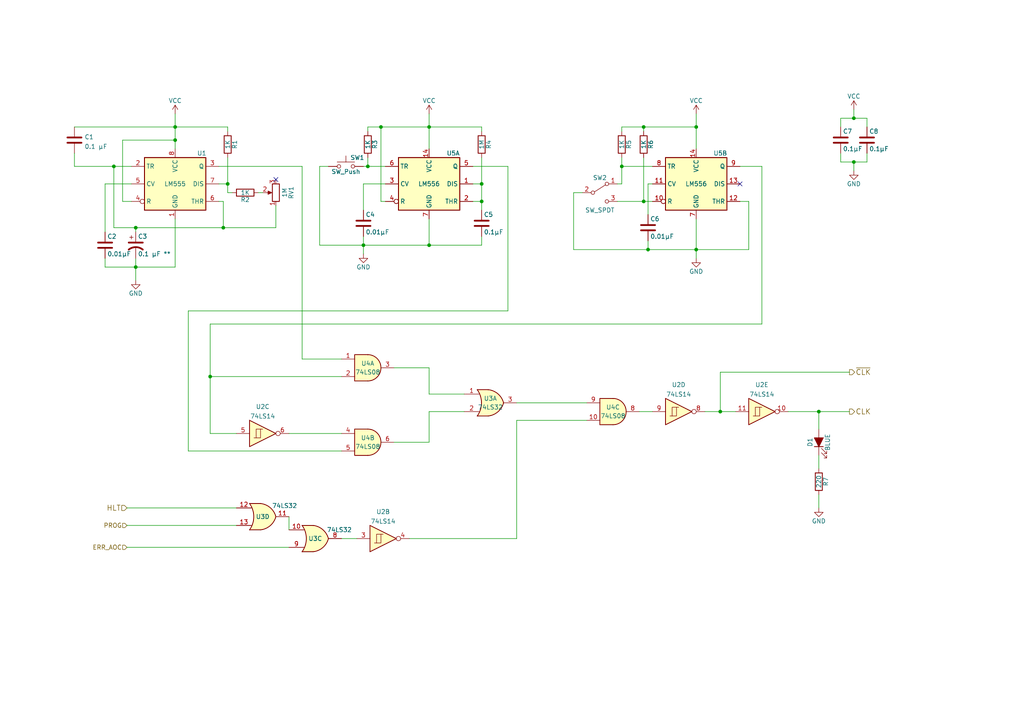
<source format=kicad_sch>
(kicad_sch (version 20211123) (generator eeschema)
  (paper "A4")
  (title_block (title "Clock Module with Error Halt") (comment 1 "** C3 can be adjusted to increase clock frequency. 1 µF = 400 hz, 0.1 µF = 4K Hz, etc") (comment 4 "Schmitt-Trigger Inverts (74LS14) are used to clean up clock signal noise."))
  (lib_symbols
    (symbol "74xx:74LS08" (pin_names (offset 1.016))
      (property "Reference" "U" (at 0 1.27 0))
      (property "Value" "74LS08" (at 0 -1.27 0))
      (symbol "74LS08_1_1"
        (arc (start 0 -3.81) (mid 3.81 0) (end 0 3.81) (stroke (width 0.254)) (fill (type background)))
        (polyline (pts (xy 0 3.81) (xy -3.81 3.81) (xy -3.81 -3.81) (xy 0 -3.81)) (stroke (width 0.254)) (fill (type background)))
        (pin input line (at -7.62 2.54 0) (length 3.81) (name "~") (number "1"))
        (pin input line (at -7.62 -2.54 0) (length 3.81) (name "~") (number "2"))
        (pin output line (at 7.62 0 180) (length 3.81) (name "~") (number "3"))
      )
      (symbol "74LS08_1_2"
        (arc (start -3.81 -3.81) (mid -2.589 0) (end -3.81 3.81) (stroke (width 0.254)))
        (arc (start -0.6096 -3.81) (mid 2.1855 -2.584) (end 3.81 0) (stroke (width 0.254)) (fill (type background)))
        (polyline (pts (xy -3.81 -3.81) (xy -0.635 -3.81)) (stroke (width 0.254)) (fill (type background)))
        (polyline (pts (xy -3.81 3.81) (xy -0.635 3.81)) (stroke (width 0.254)) (fill (type background)))
        (polyline (pts (xy -0.635 3.81) (xy -3.81 3.81) (xy -3.81 3.81) (xy -3.556 3.4036) (xy -3.0226 2.2606) (xy -2.6924 1.0414) (xy -2.6162 -0.254) (xy -2.7686 -1.4986) (xy -3.175 -2.7178) (xy -3.81 -3.81) (xy -3.81 -3.81) (xy -0.635 -3.81)) (stroke (width -25.4)) (fill (type background)))
        (arc (start 3.81 0) (mid 2.1928 2.5925) (end -0.6096 3.81) (stroke (width 0.254)) (fill (type background)))
        (pin input inverted (at -7.62 2.54 0) (length 4.318) (name "~") (number "1"))
        (pin input inverted (at -7.62 -2.54 0) (length 4.318) (name "~") (number "2"))
        (pin output inverted (at 7.62 0 180) (length 3.81) (name "~") (number "3"))
      )
      (symbol "74LS08_2_1"
        (arc (start 0 -3.81) (mid 3.81 0) (end 0 3.81) (stroke (width 0.254)) (fill (type background)))
        (polyline (pts (xy 0 3.81) (xy -3.81 3.81) (xy -3.81 -3.81) (xy 0 -3.81)) (stroke (width 0.254)) (fill (type background)))
        (pin input line (at -7.62 2.54 0) (length 3.81) (name "~") (number "4"))
        (pin input line (at -7.62 -2.54 0) (length 3.81) (name "~") (number "5"))
        (pin output line (at 7.62 0 180) (length 3.81) (name "~") (number "6"))
      )
      (symbol "74LS08_2_2"
        (arc (start -3.81 -3.81) (mid -2.589 0) (end -3.81 3.81) (stroke (width 0.254)))
        (arc (start -0.6096 -3.81) (mid 2.1855 -2.584) (end 3.81 0) (stroke (width 0.254)) (fill (type background)))
        (polyline (pts (xy -3.81 -3.81) (xy -0.635 -3.81)) (stroke (width 0.254)) (fill (type background)))
        (polyline (pts (xy -3.81 3.81) (xy -0.635 3.81)) (stroke (width 0.254)) (fill (type background)))
        (polyline (pts (xy -0.635 3.81) (xy -3.81 3.81) (xy -3.81 3.81) (xy -3.556 3.4036) (xy -3.0226 2.2606) (xy -2.6924 1.0414) (xy -2.6162 -0.254) (xy -2.7686 -1.4986) (xy -3.175 -2.7178) (xy -3.81 -3.81) (xy -3.81 -3.81) (xy -0.635 -3.81)) (stroke (width -25.4)) (fill (type background)))
        (arc (start 3.81 0) (mid 2.1928 2.5925) (end -0.6096 3.81) (stroke (width 0.254)) (fill (type background)))
        (pin input inverted (at -7.62 2.54 0) (length 4.318) (name "~") (number "4"))
        (pin input inverted (at -7.62 -2.54 0) (length 4.318) (name "~") (number "5"))
        (pin output inverted (at 7.62 0 180) (length 3.81) (name "~") (number "6"))
      )
      (symbol "74LS08_3_1"
        (arc (start 0 -3.81) (mid 3.81 0) (end 0 3.81) (stroke (width 0.254)) (fill (type background)))
        (polyline (pts (xy 0 3.81) (xy -3.81 3.81) (xy -3.81 -3.81) (xy 0 -3.81)) (stroke (width 0.254)) (fill (type background)))
        (pin input line (at -7.62 -2.54 0) (length 3.81) (name "~") (number "10"))
        (pin output line (at 7.62 0 180) (length 3.81) (name "~") (number "8"))
        (pin input line (at -7.62 2.54 0) (length 3.81) (name "~") (number "9"))
      )
      (symbol "74LS08_3_2"
        (arc (start -3.81 -3.81) (mid -2.589 0) (end -3.81 3.81) (stroke (width 0.254)))
        (arc (start -0.6096 -3.81) (mid 2.1855 -2.584) (end 3.81 0) (stroke (width 0.254)) (fill (type background)))
        (polyline (pts (xy -3.81 -3.81) (xy -0.635 -3.81)) (stroke (width 0.254)) (fill (type background)))
        (polyline (pts (xy -3.81 3.81) (xy -0.635 3.81)) (stroke (width 0.254)) (fill (type background)))
        (polyline (pts (xy -0.635 3.81) (xy -3.81 3.81) (xy -3.81 3.81) (xy -3.556 3.4036) (xy -3.0226 2.2606) (xy -2.6924 1.0414) (xy -2.6162 -0.254) (xy -2.7686 -1.4986) (xy -3.175 -2.7178) (xy -3.81 -3.81) (xy -3.81 -3.81) (xy -0.635 -3.81)) (stroke (width -25.4)) (fill (type background)))
        (arc (start 3.81 0) (mid 2.1928 2.5925) (end -0.6096 3.81) (stroke (width 0.254)) (fill (type background)))
        (pin input inverted (at -7.62 -2.54 0) (length 4.318) (name "~") (number "10"))
        (pin output inverted (at 7.62 0 180) (length 3.81) (name "~") (number "8"))
        (pin input inverted (at -7.62 2.54 0) (length 4.318) (name "~") (number "9"))
      )
      (symbol "74LS08_4_1"
        (arc (start 0 -3.81) (mid 3.81 0) (end 0 3.81) (stroke (width 0.254)) (fill (type background)))
        (polyline (pts (xy 0 3.81) (xy -3.81 3.81) (xy -3.81 -3.81) (xy 0 -3.81)) (stroke (width 0.254)) (fill (type background)))
        (pin output line (at 7.62 0 180) (length 3.81) (name "~") (number "11"))
        (pin input line (at -7.62 2.54 0) (length 3.81) (name "~") (number "12"))
        (pin input line (at -7.62 -2.54 0) (length 3.81) (name "~") (number "13"))
      )
      (symbol "74LS08_4_2"
        (arc (start -3.81 -3.81) (mid -2.589 0) (end -3.81 3.81) (stroke (width 0.254)))
        (arc (start -0.6096 -3.81) (mid 2.1855 -2.584) (end 3.81 0) (stroke (width 0.254)) (fill (type background)))
        (polyline (pts (xy -3.81 -3.81) (xy -0.635 -3.81)) (stroke (width 0.254)) (fill (type background)))
        (polyline (pts (xy -3.81 3.81) (xy -0.635 3.81)) (stroke (width 0.254)) (fill (type background)))
        (polyline (pts (xy -0.635 3.81) (xy -3.81 3.81) (xy -3.81 3.81) (xy -3.556 3.4036) (xy -3.0226 2.2606) (xy -2.6924 1.0414) (xy -2.6162 -0.254) (xy -2.7686 -1.4986) (xy -3.175 -2.7178) (xy -3.81 -3.81) (xy -3.81 -3.81) (xy -0.635 -3.81)) (stroke (width -25.4)) (fill (type background)))
        (arc (start 3.81 0) (mid 2.1928 2.5925) (end -0.6096 3.81) (stroke (width 0.254)) (fill (type background)))
        (pin output inverted (at 7.62 0 180) (length 3.81) (name "~") (number "11"))
        (pin input inverted (at -7.62 2.54 0) (length 4.318) (name "~") (number "12"))
        (pin input inverted (at -7.62 -2.54 0) (length 4.318) (name "~") (number "13"))
      )
      (symbol "74LS08_5_0"
        (pin power_in line (at 0 12.7 270) (length 5.08) (name "VCC") (number "14"))
        (pin power_in line (at 0 -12.7 90) (length 5.08) (name "GND") (number "7"))
      )
      (symbol "74LS08_5_1"
        (rectangle (start -5.08 7.62) (end 5.08 -7.62) (stroke (width 0.254)) (fill (type background)))
      )
    )
    (symbol "74xx:74LS14" (pin_names (offset 1.016))
      (property "Reference" "U" (at 0 1.27 0))
      (property "Value" "74LS14" (at 0 -1.27 0))
      (symbol "74LS14_1_0"
        (polyline (pts (xy -3.81 3.81) (xy -3.81 -3.81) (xy 3.81 0) (xy -3.81 3.81)) (stroke (width 0.254)) (fill (type background)))
        (pin input line (at -7.62 0 0) (length 3.81) (name "~") (number "1"))
        (pin output inverted (at 7.62 0 180) (length 3.81) (name "~") (number "2"))
      )
      (symbol "74LS14_1_1"
        (polyline (pts (xy -1.905 -1.27) (xy -1.905 1.27) (xy -0.635 1.27)))
        (polyline (pts (xy -2.54 -1.27) (xy -0.635 -1.27) (xy -0.635 1.27) (xy 0 1.27)))
      )
      (symbol "74LS14_2_0"
        (polyline (pts (xy -3.81 3.81) (xy -3.81 -3.81) (xy 3.81 0) (xy -3.81 3.81)) (stroke (width 0.254)) (fill (type background)))
        (pin input line (at -7.62 0 0) (length 3.81) (name "~") (number "3"))
        (pin output inverted (at 7.62 0 180) (length 3.81) (name "~") (number "4"))
      )
      (symbol "74LS14_2_1"
        (polyline (pts (xy -1.905 -1.27) (xy -1.905 1.27) (xy -0.635 1.27)))
        (polyline (pts (xy -2.54 -1.27) (xy -0.635 -1.27) (xy -0.635 1.27) (xy 0 1.27)))
      )
      (symbol "74LS14_3_0"
        (polyline (pts (xy -3.81 3.81) (xy -3.81 -3.81) (xy 3.81 0) (xy -3.81 3.81)) (stroke (width 0.254)) (fill (type background)))
        (pin input line (at -7.62 0 0) (length 3.81) (name "~") (number "5"))
        (pin output inverted (at 7.62 0 180) (length 3.81) (name "~") (number "6"))
      )
      (symbol "74LS14_3_1"
        (polyline (pts (xy -1.905 -1.27) (xy -1.905 1.27) (xy -0.635 1.27)))
        (polyline (pts (xy -2.54 -1.27) (xy -0.635 -1.27) (xy -0.635 1.27) (xy 0 1.27)))
      )
      (symbol "74LS14_4_0"
        (polyline (pts (xy -3.81 3.81) (xy -3.81 -3.81) (xy 3.81 0) (xy -3.81 3.81)) (stroke (width 0.254)) (fill (type background)))
        (pin output inverted (at 7.62 0 180) (length 3.81) (name "~") (number "8"))
        (pin input line (at -7.62 0 0) (length 3.81) (name "~") (number "9"))
      )
      (symbol "74LS14_4_1"
        (polyline (pts (xy -1.905 -1.27) (xy -1.905 1.27) (xy -0.635 1.27)))
        (polyline (pts (xy -2.54 -1.27) (xy -0.635 -1.27) (xy -0.635 1.27) (xy 0 1.27)))
      )
      (symbol "74LS14_5_0"
        (polyline (pts (xy -3.81 3.81) (xy -3.81 -3.81) (xy 3.81 0) (xy -3.81 3.81)) (stroke (width 0.254)) (fill (type background)))
        (pin output inverted (at 7.62 0 180) (length 3.81) (name "~") (number "10"))
        (pin input line (at -7.62 0 0) (length 3.81) (name "~") (number "11"))
      )
      (symbol "74LS14_5_1"
        (polyline (pts (xy -1.905 -1.27) (xy -1.905 1.27) (xy -0.635 1.27)))
        (polyline (pts (xy -2.54 -1.27) (xy -0.635 -1.27) (xy -0.635 1.27) (xy 0 1.27)))
      )
      (symbol "74LS14_6_0"
        (polyline (pts (xy -3.81 3.81) (xy -3.81 -3.81) (xy 3.81 0) (xy -3.81 3.81)) (stroke (width 0.254)) (fill (type background)))
        (pin output inverted (at 7.62 0 180) (length 3.81) (name "~") (number "12"))
        (pin input line (at -7.62 0 0) (length 3.81) (name "~") (number "13"))
      )
      (symbol "74LS14_6_1"
        (polyline (pts (xy -1.905 -1.27) (xy -1.905 1.27) (xy -0.635 1.27)))
        (polyline (pts (xy -2.54 -1.27) (xy -0.635 -1.27) (xy -0.635 1.27) (xy 0 1.27)))
      )
      (symbol "74LS14_7_0"
        (pin power_in line (at 0 12.7 270) (length 5.08) (name "VCC") (number "14"))
        (pin power_in line (at 0 -12.7 90) (length 5.08) (name "GND") (number "7"))
      )
      (symbol "74LS14_7_1"
        (rectangle (start -5.08 7.62) (end 5.08 -7.62) (stroke (width 0.254)) (fill (type background)))
      )
    )
    (symbol "74xx:74LS32" (pin_names (offset 1.016))
      (property "Reference" "U" (at 0 1.27 0))
      (property "Value" "74LS32" (at 0 -1.27 0))
      (symbol "74LS32_1_1"
        (arc (start -3.81 -3.81) (mid -2.589 0) (end -3.81 3.81) (stroke (width 0.254)))
        (arc (start -0.6096 -3.81) (mid 2.1855 -2.584) (end 3.81 0) (stroke (width 0.254)) (fill (type background)))
        (polyline (pts (xy -3.81 -3.81) (xy -0.635 -3.81)) (stroke (width 0.254)) (fill (type background)))
        (polyline (pts (xy -3.81 3.81) (xy -0.635 3.81)) (stroke (width 0.254)) (fill (type background)))
        (polyline (pts (xy -0.635 3.81) (xy -3.81 3.81) (xy -3.81 3.81) (xy -3.556 3.4036) (xy -3.0226 2.2606) (xy -2.6924 1.0414) (xy -2.6162 -0.254) (xy -2.7686 -1.4986) (xy -3.175 -2.7178) (xy -3.81 -3.81) (xy -3.81 -3.81) (xy -0.635 -3.81)) (stroke (width -25.4)) (fill (type background)))
        (arc (start 3.81 0) (mid 2.1928 2.5925) (end -0.6096 3.81) (stroke (width 0.254)) (fill (type background)))
        (pin input line (at -7.62 2.54 0) (length 4.318) (name "~") (number "1"))
        (pin input line (at -7.62 -2.54 0) (length 4.318) (name "~") (number "2"))
        (pin output line (at 7.62 0 180) (length 3.81) (name "~") (number "3"))
      )
      (symbol "74LS32_1_2"
        (arc (start 0 -3.81) (mid 3.81 0) (end 0 3.81) (stroke (width 0.254)) (fill (type background)))
        (polyline (pts (xy 0 3.81) (xy -3.81 3.81) (xy -3.81 -3.81) (xy 0 -3.81)) (stroke (width 0.254)) (fill (type background)))
        (pin input inverted (at -7.62 2.54 0) (length 3.81) (name "~") (number "1"))
        (pin input inverted (at -7.62 -2.54 0) (length 3.81) (name "~") (number "2"))
        (pin output inverted (at 7.62 0 180) (length 3.81) (name "~") (number "3"))
      )
      (symbol "74LS32_2_1"
        (arc (start -3.81 -3.81) (mid -2.589 0) (end -3.81 3.81) (stroke (width 0.254)))
        (arc (start -0.6096 -3.81) (mid 2.1855 -2.584) (end 3.81 0) (stroke (width 0.254)) (fill (type background)))
        (polyline (pts (xy -3.81 -3.81) (xy -0.635 -3.81)) (stroke (width 0.254)) (fill (type background)))
        (polyline (pts (xy -3.81 3.81) (xy -0.635 3.81)) (stroke (width 0.254)) (fill (type background)))
        (polyline (pts (xy -0.635 3.81) (xy -3.81 3.81) (xy -3.81 3.81) (xy -3.556 3.4036) (xy -3.0226 2.2606) (xy -2.6924 1.0414) (xy -2.6162 -0.254) (xy -2.7686 -1.4986) (xy -3.175 -2.7178) (xy -3.81 -3.81) (xy -3.81 -3.81) (xy -0.635 -3.81)) (stroke (width -25.4)) (fill (type background)))
        (arc (start 3.81 0) (mid 2.1928 2.5925) (end -0.6096 3.81) (stroke (width 0.254)) (fill (type background)))
        (pin input line (at -7.62 2.54 0) (length 4.318) (name "~") (number "4"))
        (pin input line (at -7.62 -2.54 0) (length 4.318) (name "~") (number "5"))
        (pin output line (at 7.62 0 180) (length 3.81) (name "~") (number "6"))
      )
      (symbol "74LS32_2_2"
        (arc (start 0 -3.81) (mid 3.81 0) (end 0 3.81) (stroke (width 0.254)) (fill (type background)))
        (polyline (pts (xy 0 3.81) (xy -3.81 3.81) (xy -3.81 -3.81) (xy 0 -3.81)) (stroke (width 0.254)) (fill (type background)))
        (pin input inverted (at -7.62 2.54 0) (length 3.81) (name "~") (number "4"))
        (pin input inverted (at -7.62 -2.54 0) (length 3.81) (name "~") (number "5"))
        (pin output inverted (at 7.62 0 180) (length 3.81) (name "~") (number "6"))
      )
      (symbol "74LS32_3_1"
        (arc (start -3.81 -3.81) (mid -2.589 0) (end -3.81 3.81) (stroke (width 0.254)))
        (arc (start -0.6096 -3.81) (mid 2.1855 -2.584) (end 3.81 0) (stroke (width 0.254)) (fill (type background)))
        (polyline (pts (xy -3.81 -3.81) (xy -0.635 -3.81)) (stroke (width 0.254)) (fill (type background)))
        (polyline (pts (xy -3.81 3.81) (xy -0.635 3.81)) (stroke (width 0.254)) (fill (type background)))
        (polyline (pts (xy -0.635 3.81) (xy -3.81 3.81) (xy -3.81 3.81) (xy -3.556 3.4036) (xy -3.0226 2.2606) (xy -2.6924 1.0414) (xy -2.6162 -0.254) (xy -2.7686 -1.4986) (xy -3.175 -2.7178) (xy -3.81 -3.81) (xy -3.81 -3.81) (xy -0.635 -3.81)) (stroke (width -25.4)) (fill (type background)))
        (arc (start 3.81 0) (mid 2.1928 2.5925) (end -0.6096 3.81) (stroke (width 0.254)) (fill (type background)))
        (pin input line (at -7.62 -2.54 0) (length 4.318) (name "~") (number "10"))
        (pin output line (at 7.62 0 180) (length 3.81) (name "~") (number "8"))
        (pin input line (at -7.62 2.54 0) (length 4.318) (name "~") (number "9"))
      )
      (symbol "74LS32_3_2"
        (arc (start 0 -3.81) (mid 3.81 0) (end 0 3.81) (stroke (width 0.254)) (fill (type background)))
        (polyline (pts (xy 0 3.81) (xy -3.81 3.81) (xy -3.81 -3.81) (xy 0 -3.81)) (stroke (width 0.254)) (fill (type background)))
        (pin input inverted (at -7.62 -2.54 0) (length 3.81) (name "~") (number "10"))
        (pin output inverted (at 7.62 0 180) (length 3.81) (name "~") (number "8"))
        (pin input inverted (at -7.62 2.54 0) (length 3.81) (name "~") (number "9"))
      )
      (symbol "74LS32_4_1"
        (arc (start -3.81 -3.81) (mid -2.589 0) (end -3.81 3.81) (stroke (width 0.254)))
        (arc (start -0.6096 -3.81) (mid 2.1855 -2.584) (end 3.81 0) (stroke (width 0.254)) (fill (type background)))
        (polyline (pts (xy -3.81 -3.81) (xy -0.635 -3.81)) (stroke (width 0.254)) (fill (type background)))
        (polyline (pts (xy -3.81 3.81) (xy -0.635 3.81)) (stroke (width 0.254)) (fill (type background)))
        (polyline (pts (xy -0.635 3.81) (xy -3.81 3.81) (xy -3.81 3.81) (xy -3.556 3.4036) (xy -3.0226 2.2606) (xy -2.6924 1.0414) (xy -2.6162 -0.254) (xy -2.7686 -1.4986) (xy -3.175 -2.7178) (xy -3.81 -3.81) (xy -3.81 -3.81) (xy -0.635 -3.81)) (stroke (width -25.4)) (fill (type background)))
        (arc (start 3.81 0) (mid 2.1928 2.5925) (end -0.6096 3.81) (stroke (width 0.254)) (fill (type background)))
        (pin output line (at 7.62 0 180) (length 3.81) (name "~") (number "11"))
        (pin input line (at -7.62 2.54 0) (length 4.318) (name "~") (number "12"))
        (pin input line (at -7.62 -2.54 0) (length 4.318) (name "~") (number "13"))
      )
      (symbol "74LS32_4_2"
        (arc (start 0 -3.81) (mid 3.81 0) (end 0 3.81) (stroke (width 0.254)) (fill (type background)))
        (polyline (pts (xy 0 3.81) (xy -3.81 3.81) (xy -3.81 -3.81) (xy 0 -3.81)) (stroke (width 0.254)) (fill (type background)))
        (pin output inverted (at 7.62 0 180) (length 3.81) (name "~") (number "11"))
        (pin input inverted (at -7.62 2.54 0) (length 3.81) (name "~") (number "12"))
        (pin input inverted (at -7.62 -2.54 0) (length 3.81) (name "~") (number "13"))
      )
      (symbol "74LS32_5_0"
        (pin power_in line (at 0 12.7 270) (length 5.08) (name "VCC") (number "14"))
        (pin power_in line (at 0 -12.7 90) (length 5.08) (name "GND") (number "7"))
      )
      (symbol "74LS32_5_1"
        (rectangle (start -5.08 7.62) (end 5.08 -7.62) (stroke (width 0.254)) (fill (type background)))
      )
    )
    (symbol "Device:C" (pin_numbers hide) (pin_names (offset 0.254))
      (property "Reference" "C" (at 0.635 2.54 0))
      (property "Value" "C" (at 0.635 -2.54 0))
      (symbol "C_0_1"
        (polyline (pts (xy -2.032 -0.762) (xy 2.032 -0.762)) (stroke (width 0.508)))
        (polyline (pts (xy -2.032 0.762) (xy 2.032 0.762)) (stroke (width 0.508)))
      )
      (symbol "C_1_1"
        (pin passive line (at 0 3.81 270) (length 2.794) (name "~") (number "1"))
        (pin passive line (at 0 -3.81 90) (length 2.794) (name "~") (number "2"))
      )
    )
    (symbol "Device:CP1" (pin_numbers hide) (pin_names (offset 0.254) hide)
      (property "Reference" "C" (at 0.635 2.54 0))
      (property "Value" "Device_CP1" (at 0.635 -2.54 0))
      (symbol "CP1_0_1"
        (polyline (pts (xy -2.032 0.762) (xy 2.032 0.762)) (stroke (width 0.508)))
        (polyline (pts (xy -1.778 2.286) (xy -0.762 2.286)))
        (polyline (pts (xy -1.27 1.778) (xy -1.27 2.794)))
        (arc (start 2.032 -1.27) (mid 0 -0.5572) (end -2.032 -1.27) (stroke (width 0.508)))
      )
      (symbol "CP1_1_1"
        (pin passive line (at 0 3.81 270) (length 2.794) (name "~") (number "1"))
        (pin passive line (at 0 -3.81 90) (length 3.302) (name "~") (number "2"))
      )
    )
    (symbol "Device:LED_ALT" (pin_numbers hide) (pin_names (offset 1.016) hide)
      (property "Reference" "D" (at 0 2.54 0))
      (property "Value" "Device_LED_ALT" (at 0 -2.54 0))
      (symbol "LED_ALT_0_1"
        (polyline (pts (xy -1.27 -1.27) (xy -1.27 1.27)) (stroke (width 0.254)))
        (polyline (pts (xy -1.27 0) (xy 1.27 0)))
        (polyline (pts (xy 1.27 -1.27) (xy 1.27 1.27) (xy -1.27 0) (xy 1.27 -1.27)) (stroke (width 0.254)) (fill (type outline)))
        (polyline (pts (xy -3.048 -0.762) (xy -4.572 -2.286) (xy -3.81 -2.286) (xy -4.572 -2.286) (xy -4.572 -1.524)))
        (polyline (pts (xy -1.778 -0.762) (xy -3.302 -2.286) (xy -2.54 -2.286) (xy -3.302 -2.286) (xy -3.302 -1.524)))
      )
      (symbol "LED_ALT_1_1"
        (pin passive line (at -3.81 0 0) (length 2.54) (name "K") (number "1"))
        (pin passive line (at 3.81 0 180) (length 2.54) (name "A") (number "2"))
      )
    )
    (symbol "Device:R" (pin_numbers hide) (pin_names (offset 0))
      (property "Reference" "R" (at 2.032 0 90))
      (property "Value" "R" (at 0 0 90))
      (symbol "R_0_1"
        (rectangle (start -1.016 -2.54) (end 1.016 2.54) (stroke (width 0.254)))
      )
      (symbol "R_1_1"
        (pin passive line (at 0 3.81 270) (length 1.27) (name "~") (number "1"))
        (pin passive line (at 0 -3.81 90) (length 1.27) (name "~") (number "2"))
      )
    )
    (symbol "Device:R_POT" (pin_names (offset 1.016) hide)
      (property "Reference" "RV" (at -4.445 0 90))
      (property "Value" "Device_R_POT" (at -2.54 0 90))
      (symbol "R_POT_0_1"
        (polyline (pts (xy 2.54 0) (xy 1.524 0)))
        (polyline (pts (xy 1.143 0) (xy 2.286 0.508) (xy 2.286 -0.508) (xy 1.143 0)) (fill (type outline)))
        (rectangle (start 1.016 2.54) (end -1.016 -2.54) (stroke (width 0.254)))
      )
      (symbol "R_POT_1_1"
        (pin passive line (at 0 3.81 270) (length 1.27) (name "1") (number "1"))
        (pin passive line (at 3.81 0 180) (length 1.27) (name "2") (number "2"))
        (pin passive line (at 0 -3.81 90) (length 1.27) (name "3") (number "3"))
      )
    )
    (symbol "Switch:SW_Push" (pin_numbers hide) (pin_names (offset 1.016) hide)
      (property "Reference" "SW" (at 1.27 2.54 0))
      (property "Value" "SW_Push" (at 0 -1.524 0))
      (symbol "SW_Push_0_1"
        (circle (center -2.032 0) (radius 0.508))
        (polyline (pts (xy 0 1.27) (xy 0 3.048)))
        (polyline (pts (xy 2.54 1.27) (xy -2.54 1.27)))
        (circle (center 2.032 0) (radius 0.508))
        (pin passive line (at -5.08 0 0) (length 2.54) (name "1") (number "1"))
        (pin passive line (at 5.08 0 180) (length 2.54) (name "2") (number "2"))
      )
    )
    (symbol "Switch:SW_SPDT" (pin_names (offset 0) hide)
      (property "Reference" "SW" (at 0 4.318 0))
      (property "Value" "SW_SPDT" (at 0 -5.08 0))
      (symbol "SW_SPDT_0_0"
        (circle (center -2.032 0) (radius 0.508))
        (circle (center 2.032 -2.54) (radius 0.508))
      )
      (symbol "SW_SPDT_0_1"
        (polyline (pts (xy -1.524 0.254) (xy 1.651 2.286)))
        (circle (center 2.032 2.54) (radius 0.508))
      )
      (symbol "SW_SPDT_1_1"
        (pin passive line (at 5.08 2.54 180) (length 2.54) (name "A") (number "1"))
        (pin passive line (at -5.08 0 0) (length 2.54) (name "B") (number "2"))
        (pin passive line (at 5.08 -2.54 180) (length 2.54) (name "C") (number "3"))
      )
    )
    (symbol "Timer:LM555xN"
      (property "Reference" "U" (at -10.16 8.89 0))
      (property "Value" "LM555xN" (at 2.54 8.89 0))
      (symbol "LM555xN_0_0"
        (pin power_in line (at 0 -10.16 90) (length 2.54) (name "GND") (number "1"))
        (pin power_in line (at 0 10.16 270) (length 2.54) (name "VCC") (number "8"))
      )
      (symbol "LM555xN_0_1"
        (rectangle (start -8.89 -7.62) (end 8.89 7.62) (stroke (width 0.254)) (fill (type background)))
        (rectangle (start -8.89 -7.62) (end 8.89 7.62) (stroke (width 0.254)) (fill (type background)))
      )
      (symbol "LM555xN_1_1"
        (pin input line (at -12.7 5.08 0) (length 3.81) (name "TR") (number "2"))
        (pin output line (at 12.7 5.08 180) (length 3.81) (name "Q") (number "3"))
        (pin input inverted (at -12.7 -5.08 0) (length 3.81) (name "R") (number "4"))
        (pin input line (at -12.7 0 0) (length 3.81) (name "CV") (number "5"))
        (pin input line (at 12.7 -5.08 180) (length 3.81) (name "THR") (number "6"))
        (pin input line (at 12.7 0 180) (length 3.81) (name "DIS") (number "7"))
      )
    )
    (symbol "Timer:LM556"
      (property "Reference" "U" (at -10.16 8.89 0))
      (property "Value" "LM556" (at -10.16 -8.89 0))
      (symbol "LM556_0_0"
        (pin power_in line (at 0 10.16 270) (length 2.54) (name "VCC") (number "14"))
        (pin power_in line (at 0 -10.16 90) (length 2.54) (name "GND") (number "7"))
      )
      (symbol "LM556_0_1"
        (rectangle (start -8.89 -7.62) (end 8.89 7.62) (stroke (width 0.254)) (fill (type background)))
        (rectangle (start -8.89 -7.62) (end 8.89 7.62) (stroke (width 0.254)) (fill (type background)))
      )
      (symbol "LM556_1_1"
        (pin input line (at 12.7 0 180) (length 3.81) (name "DIS") (number "1"))
        (pin input line (at 12.7 -5.08 180) (length 3.81) (name "THR") (number "2"))
        (pin input line (at -12.7 0 0) (length 3.81) (name "CV") (number "3"))
        (pin input inverted (at -12.7 -5.08 0) (length 3.81) (name "R") (number "4"))
        (pin output line (at 12.7 5.08 180) (length 3.81) (name "Q") (number "5"))
        (pin input line (at -12.7 5.08 0) (length 3.81) (name "TR") (number "6"))
      )
      (symbol "LM556_2_1"
        (pin input inverted (at -12.7 -5.08 0) (length 3.81) (name "R") (number "10"))
        (pin input line (at -12.7 0 0) (length 3.81) (name "CV") (number "11"))
        (pin input line (at 12.7 -5.08 180) (length 3.81) (name "THR") (number "12"))
        (pin input line (at 12.7 0 180) (length 3.81) (name "DIS") (number "13"))
        (pin input line (at -12.7 5.08 0) (length 3.81) (name "TR") (number "8"))
        (pin output line (at 12.7 5.08 180) (length 3.81) (name "Q") (number "9"))
      )
    )
    (symbol "power:GND" (power) (pin_names (offset 0))
      (property "Value" "GND" (at 0 -3.81 0))
      (symbol "GND_0_1"
        (polyline (pts (xy 0 0) (xy 0 -1.27) (xy 1.27 -1.27) (xy 0 -2.54) (xy -1.27 -1.27) (xy 0 -1.27)))
      )
      (symbol "GND_1_1"
        (pin power_in line (at 0 0 270) (length 0) hide (name "GND") (number "1"))
      )
    )
    (symbol "power:VCC" (power) (pin_names (offset 0))
      (property "Value" "VCC" (at 0 3.81 0))
      (symbol "VCC_0_1"
        (polyline (pts (xy -0.762 1.27) (xy 0 2.54)))
        (polyline (pts (xy 0 0) (xy 0 2.54)))
        (polyline (pts (xy 0 2.54) (xy 0.762 1.27)))
      )
      (symbol "VCC_1_1"
        (pin power_in line (at 0 0 90) (length 0) hide (name "VCC") (number "1"))
      )
    )
  )
  (junction (at 50.8 40.64))
  (junction (at 124.46 36.83))
  (junction (at 60.96 109.22))
  (junction (at 39.37 66.04))
  (junction (at 64.77 66.04))
  (junction (at 66.04 53.34))
  (junction (at 201.93 36.83))
  (junction (at 110.49 36.83))
  (junction (at 237.49 119.38))
  (junction (at 201.93 72.39))
  (junction (at 124.46 71.12))
  (junction (at 186.69 36.83))
  (junction (at 139.7 53.34))
  (junction (at 39.37 77.47))
  (junction (at 105.41 71.12))
  (junction (at 180.34 48.26))
  (junction (at 247.65 46.99))
  (junction (at 208.915 119.38))
  (junction (at 247.65 34.29))
  (junction (at 139.7 58.42))
  (junction (at 106.68 48.26))
  (junction (at 50.8 36.83))
  (junction (at 33.02 48.26))
  (junction (at 187.96 72.39))
  (junction (at 186.69 58.42))
  (no_connect (at 80.01 52.07))
  (no_connect (at 214.63 53.34))
  (wire (pts (xy 74.93 55.88) (xy 76.2 55.88)))
  (wire (pts (xy 66.04 55.88) (xy 67.31 55.88)))
  (wire (pts (xy 60.96 93.98) (xy 60.96 109.22)))
  (wire (pts (xy 35.56 40.64) (xy 50.8 40.64)))
  (wire (pts (xy 187.96 53.34) (xy 187.96 62.23)))
  (wire (pts (xy 247.65 34.29) (xy 251.46 34.29)))
  (wire (pts (xy 54.61 90.17) (xy 54.61 130.81)))
  (wire (pts (xy 21.59 48.26) (xy 21.59 44.45)))
  (wire (pts (xy 186.69 38.1) (xy 186.69 36.83)))
  (wire (pts (xy 147.32 90.17) (xy 54.61 90.17)))
  (wire (pts (xy 180.34 45.72) (xy 180.34 48.26)))
  (wire (pts (xy 247.65 46.99) (xy 251.46 46.99)))
  (wire (pts (xy 247.65 49.53) (xy 247.65 46.99)))
  (wire (pts (xy 124.46 33.02) (xy 124.46 36.83)))
  (wire (pts (xy 124.46 71.12) (xy 139.7 71.12)))
  (wire (pts (xy 64.77 58.42) (xy 63.5 58.42)))
  (wire (pts (xy 180.34 53.34) (xy 179.07 53.34)))
  (wire (pts (xy 201.93 33.02) (xy 201.93 36.83)))
  (wire (pts (xy 186.69 36.83) (xy 201.93 36.83)))
  (wire (pts (xy 139.7 36.83) (xy 139.7 38.1)))
  (wire (pts (xy 50.8 77.47) (xy 50.8 63.5)))
  (wire (pts (xy 110.49 58.42) (xy 110.49 36.83)))
  (wire (pts (xy 38.1 48.26) (xy 33.02 48.26)))
  (wire (pts (xy 204.47 119.38) (xy 208.915 119.38)))
  (wire (pts (xy 149.86 156.21) (xy 149.86 121.92)))
  (wire (pts (xy 180.34 48.26) (xy 189.23 48.26)))
  (wire (pts (xy 60.96 125.73) (xy 68.58 125.73)))
  (wire (pts (xy 251.46 44.45) (xy 251.46 46.99)))
  (wire (pts (xy 118.745 156.21) (xy 149.86 156.21)))
  (wire (pts (xy 66.04 53.34) (xy 66.04 55.88)))
  (wire (pts (xy 21.59 36.83) (xy 50.8 36.83)))
  (wire (pts (xy 147.32 48.26) (xy 147.32 90.17)))
  (wire (pts (xy 201.93 36.83) (xy 201.93 43.18)))
  (wire (pts (xy 38.1 58.42) (xy 35.56 58.42)))
  (wire (pts (xy 247.65 34.29) (xy 247.65 31.75)))
  (wire (pts (xy 243.84 44.45) (xy 243.84 46.99)))
  (wire (pts (xy 237.49 132.08) (xy 237.49 135.89)))
  (wire (pts (xy 36.83 147.32) (xy 68.58 147.32)))
  (wire (pts (xy 251.46 34.29) (xy 251.46 36.83)))
  (wire (pts (xy 105.41 71.12) (xy 124.46 71.12)))
  (wire (pts (xy 106.68 36.83) (xy 106.68 38.1)))
  (wire (pts (xy 83.82 125.73) (xy 99.06 125.73)))
  (wire (pts (xy 105.41 68.58) (xy 105.41 71.12)))
  (wire (pts (xy 66.04 38.1) (xy 66.04 36.83)))
  (wire (pts (xy 30.48 53.34) (xy 30.48 67.31)))
  (wire (pts (xy 106.68 45.72) (xy 106.68 48.26)))
  (wire (pts (xy 87.63 104.14) (xy 99.06 104.14)))
  (wire (pts (xy 64.77 66.04) (xy 64.77 58.42)))
  (wire (pts (xy 66.04 45.72) (xy 66.04 53.34)))
  (wire (pts (xy 208.915 107.95) (xy 208.915 119.38)))
  (wire (pts (xy 106.68 36.83) (xy 110.49 36.83)))
  (wire (pts (xy 139.7 53.34) (xy 139.7 58.42)))
  (wire (pts (xy 208.915 119.38) (xy 213.36 119.38)))
  (wire (pts (xy 187.96 69.85) (xy 187.96 72.39)))
  (wire (pts (xy 63.5 53.34) (xy 66.04 53.34)))
  (wire (pts (xy 139.7 45.72) (xy 139.7 53.34)))
  (wire (pts (xy 124.46 119.38) (xy 134.62 119.38)))
  (wire (pts (xy 139.7 71.12) (xy 139.7 68.58)))
  (wire (pts (xy 38.1 53.34) (xy 30.48 53.34)))
  (wire (pts (xy 186.69 45.72) (xy 186.69 58.42)))
  (wire (pts (xy 60.96 93.98) (xy 220.98 93.98)))
  (wire (pts (xy 33.02 66.04) (xy 39.37 66.04)))
  (wire (pts (xy 208.915 107.95) (xy 246.38 107.95)))
  (wire (pts (xy 30.48 74.93) (xy 30.48 77.47)))
  (wire (pts (xy 111.76 53.34) (xy 105.41 53.34)))
  (wire (pts (xy 201.93 63.5) (xy 201.93 72.39)))
  (wire (pts (xy 124.46 36.83) (xy 139.7 36.83)))
  (wire (pts (xy 64.77 66.04) (xy 80.01 66.04)))
  (wire (pts (xy 243.84 34.29) (xy 247.65 34.29)))
  (wire (pts (xy 54.61 130.81) (xy 99.06 130.81)))
  (wire (pts (xy 105.41 48.26) (xy 106.68 48.26)))
  (wire (pts (xy 185.42 119.38) (xy 189.23 119.38)))
  (wire (pts (xy 50.8 33.02) (xy 50.8 36.83)))
  (wire (pts (xy 166.37 55.88) (xy 166.37 72.39)))
  (wire (pts (xy 187.96 72.39) (xy 201.93 72.39)))
  (wire (pts (xy 39.37 77.47) (xy 39.37 81.28)))
  (wire (pts (xy 110.49 36.83) (xy 124.46 36.83)))
  (wire (pts (xy 110.49 58.42) (xy 111.76 58.42)))
  (wire (pts (xy 114.3 106.68) (xy 124.46 106.68)))
  (wire (pts (xy 39.37 66.04) (xy 64.77 66.04)))
  (wire (pts (xy 179.07 58.42) (xy 186.69 58.42)))
  (wire (pts (xy 66.04 36.83) (xy 50.8 36.83)))
  (wire (pts (xy 39.37 66.04) (xy 39.37 67.31)))
  (wire (pts (xy 217.17 58.42) (xy 214.63 58.42)))
  (wire (pts (xy 228.6 119.38) (xy 237.49 119.38)))
  (wire (pts (xy 30.48 77.47) (xy 39.37 77.47)))
  (wire (pts (xy 189.23 53.34) (xy 187.96 53.34)))
  (wire (pts (xy 243.84 36.83) (xy 243.84 34.29)))
  (wire (pts (xy 180.34 48.26) (xy 180.34 53.34)))
  (wire (pts (xy 50.8 40.64) (xy 50.8 43.18)))
  (wire (pts (xy 237.49 119.38) (xy 237.49 124.46)))
  (wire (pts (xy 105.41 53.34) (xy 105.41 60.96)))
  (wire (pts (xy 166.37 72.39) (xy 187.96 72.39)))
  (wire (pts (xy 237.49 119.38) (xy 246.38 119.38)))
  (wire (pts (xy 124.46 119.38) (xy 124.46 128.27)))
  (wire (pts (xy 137.16 48.26) (xy 147.32 48.26)))
  (wire (pts (xy 63.5 48.26) (xy 87.63 48.26)))
  (wire (pts (xy 80.01 66.04) (xy 80.01 59.69)))
  (wire (pts (xy 92.71 71.12) (xy 105.41 71.12)))
  (wire (pts (xy 39.37 74.93) (xy 39.37 77.47)))
  (wire (pts (xy 124.46 71.12) (xy 124.46 63.5)))
  (wire (pts (xy 186.69 58.42) (xy 189.23 58.42)))
  (wire (pts (xy 60.96 109.22) (xy 60.96 125.73)))
  (wire (pts (xy 60.96 109.22) (xy 99.06 109.22)))
  (wire (pts (xy 39.37 77.47) (xy 50.8 77.47)))
  (wire (pts (xy 35.56 58.42) (xy 35.56 40.64)))
  (wire (pts (xy 36.83 158.75) (xy 83.82 158.75)))
  (wire (pts (xy 243.84 46.99) (xy 247.65 46.99)))
  (wire (pts (xy 201.93 72.39) (xy 201.93 74.93)))
  (wire (pts (xy 139.7 58.42) (xy 139.7 60.96)))
  (wire (pts (xy 220.98 48.26) (xy 214.63 48.26)))
  (wire (pts (xy 149.86 116.84) (xy 170.18 116.84)))
  (wire (pts (xy 33.02 48.26) (xy 21.59 48.26)))
  (wire (pts (xy 114.3 128.27) (xy 124.46 128.27)))
  (wire (pts (xy 168.91 55.88) (xy 166.37 55.88)))
  (wire (pts (xy 124.46 114.3) (xy 134.62 114.3)))
  (wire (pts (xy 87.63 48.26) (xy 87.63 104.14)))
  (wire (pts (xy 137.16 53.34) (xy 139.7 53.34)))
  (wire (pts (xy 220.98 93.98) (xy 220.98 48.26)))
  (wire (pts (xy 105.41 71.12) (xy 105.41 73.66)))
  (wire (pts (xy 36.83 152.4) (xy 68.58 152.4)))
  (wire (pts (xy 99.06 156.21) (xy 103.505 156.21)))
  (wire (pts (xy 139.7 58.42) (xy 137.16 58.42)))
  (wire (pts (xy 33.02 48.26) (xy 33.02 66.04)))
  (wire (pts (xy 95.25 48.26) (xy 92.71 48.26)))
  (wire (pts (xy 180.34 38.1) (xy 180.34 36.83)))
  (wire (pts (xy 50.8 36.83) (xy 50.8 40.64)))
  (wire (pts (xy 92.71 48.26) (xy 92.71 71.12)))
  (wire (pts (xy 180.34 36.83) (xy 186.69 36.83)))
  (wire (pts (xy 83.82 149.86) (xy 83.82 153.67)))
  (wire (pts (xy 124.46 106.68) (xy 124.46 114.3)))
  (wire (pts (xy 217.17 72.39) (xy 217.17 58.42)))
  (wire (pts (xy 149.86 121.92) (xy 170.18 121.92)))
  (wire (pts (xy 124.46 36.83) (xy 124.46 43.18)))
  (wire (pts (xy 201.93 72.39) (xy 217.17 72.39)))
  (wire (pts (xy 106.68 48.26) (xy 111.76 48.26)))
  (wire (pts (xy 237.49 147.32) (xy 237.49 143.51)))
  (hierarchical_label "HLT" (shape input) (at 36.83 147.32 180) (effects (font (size 1.524 1.524))))
  (hierarchical_label "~{CLK}" (shape output) (at 246.38 107.95 0) (effects (font (size 1.524 1.524))))
  (hierarchical_label "ERR_AOC" (shape input) (at 36.83 158.75 180))
  (hierarchical_label "CLK" (shape output) (at 246.38 119.38 0) (effects (font (size 1.524 1.524))))
  (hierarchical_label "PROG" (shape input) (at 36.83 152.4 180))
  (symbol (lib_id "Timer:LM555xN") (at 50.8 53.34 0) (unit 1)
    (property "Reference" "U1" (at 57.15 44.45 0) (effects (justify left)))
    (property "Value" "LM555" (at 47.625 53.34 0) (effects (justify left)))
    (property "Footprint" "Package_DIP:DIP-8_W7.62mm" (effects hide))
  )
  (symbol (lib_id "Device:R") (at 66.04 41.91 0) (unit 1)
    (property "Reference" "R1" (at 68.072 41.91 90))
    (property "Value" "1K" (at 66.04 41.91 90))
    (property "Footprint" "Resistor_THT:R_Axial_DIN0207_L6.3mm_D2.5mm_P7.62mm_Horizontal" (effects hide))
  )
  (symbol (lib_id "Device:R") (at 106.68 41.91 0) (unit 1)
    (property "Reference" "R3" (at 108.712 41.91 90))
    (property "Value" "1K" (at 106.68 41.91 90))
    (property "Footprint" "Resistor_THT:R_Axial_DIN0207_L6.3mm_D2.5mm_P7.62mm_Horizontal" (effects hide))
  )
  (symbol (lib_id "Device:R") (at 186.69 41.91 0) (unit 1)
    (property "Reference" "R6" (at 188.722 41.91 90))
    (property "Value" "1K" (at 186.69 41.91 90))
    (property "Footprint" "Resistor_THT:R_Axial_DIN0207_L6.3mm_D2.5mm_P7.62mm_Horizontal" (effects hide))
  )
  (symbol (lib_id "Device:R") (at 180.34 41.91 0) (unit 1)
    (property "Reference" "R5" (at 182.372 41.91 90))
    (property "Value" "1K" (at 180.34 41.91 90))
    (property "Footprint" "Resistor_THT:R_Axial_DIN0207_L6.3mm_D2.5mm_P7.62mm_Horizontal" (effects hide))
  )
  (symbol (lib_id "Device:R") (at 139.7 41.91 0) (unit 1)
    (property "Reference" "R4" (at 141.732 41.91 90))
    (property "Value" "1M" (at 139.7 41.91 90))
    (property "Footprint" "Resistor_THT:R_Axial_DIN0207_L6.3mm_D2.5mm_P7.62mm_Horizontal" (effects hide))
  )
  (symbol (lib_id "Device:R_POT") (at 80.01 55.88 180) (unit 1)
    (property "Reference" "RV1" (at 84.455 55.88 90))
    (property "Value" "1M" (at 82.55 55.88 90))
    (property "Footprint" "8bit-custom-footprints:Potentiometer-5.5mm" (effects hide))
  )
  (symbol (lib_id "Device:C") (at 30.48 71.12 0) (unit 1)
    (property "Reference" "C2" (at 31.115 68.58 0) (effects (justify left)))
    (property "Value" "0.01µF" (at 31.115 73.66 0) (effects (justify left)))
    (property "Footprint" "Capacitor_THT:C_Disc_D4.3mm_W1.9mm_P5.00mm" (effects hide))
  )
  (symbol (lib_id "Device:C") (at 105.41 64.77 0) (unit 1)
    (property "Reference" "C4" (at 106.045 62.23 0) (effects (justify left)))
    (property "Value" "0.01µF" (at 106.045 67.31 0) (effects (justify left)))
    (property "Footprint" "Capacitor_THT:C_Disc_D4.3mm_W1.9mm_P5.00mm" (effects hide))
  )
  (symbol (lib_id "Device:C") (at 187.96 66.04 0) (unit 1)
    (property "Reference" "C6" (at 188.595 63.5 0) (effects (justify left)))
    (property "Value" "0.01µF" (at 188.595 68.58 0) (effects (justify left)))
    (property "Footprint" "Capacitor_THT:C_Disc_D4.3mm_W1.9mm_P5.00mm" (effects hide))
  )
  (symbol (lib_id "Device:C") (at 139.7 64.77 0) (unit 1)
    (property "Reference" "C5" (at 140.335 62.23 0) (effects (justify left)))
    (property "Value" "0.1µF" (at 140.335 67.31 0) (effects (justify left)))
    (property "Footprint" "Capacitor_THT:C_Disc_D4.3mm_W1.9mm_P5.00mm" (effects hide))
  )
  (symbol (lib_id "Device:C") (at 251.46 40.64 0) (unit 1)
    (property "Reference" "C8" (at 252.095 38.1 0) (effects (justify left)))
    (property "Value" "0.1µF" (at 252.095 43.18 0) (effects (justify left)))
    (property "Footprint" "Capacitor_THT:C_Disc_D4.3mm_W1.9mm_P5.00mm" (effects hide))
  )
  (symbol (lib_id "Device:CP1") (at 39.37 71.12 0) (unit 1)
    (property "Reference" "C3" (at 40.005 68.58 0) (effects (justify left)))
    (property "Value" "0.1 µF **" (at 40.005 73.66 0) (effects (justify left)))
    (property "Footprint" "Capacitor_THT:CP_Radial_D5.0mm_P2.00mm" (effects hide))
  )
  (symbol (lib_id "74xx:74LS08") (at 106.68 106.68 0) (unit 1)
    (property "Reference" "U4" (at 106.68 105.41 0))
    (property "Value" "74LS08" (at 106.68 107.95 0))
    (property "Footprint" "Package_DIP:DIP-14_W7.62mm" (effects hide))
  )
  (symbol (lib_id "74xx:74LS32") (at 142.24 116.84 0) (unit 1)
    (property "Reference" "U3" (at 142.24 115.57 0))
    (property "Value" "74LS32" (at 142.24 118.11 0))
    (property "Footprint" "Package_DIP:DIP-14_W7.62mm" (effects hide))
  )
  (symbol (lib_id "Switch:SW_SPDT") (at 173.99 55.88 0) (unit 1)
    (property "Reference" "SW2" (at 173.99 51.562 0))
    (property "Value" "SW_SPDT" (at 173.99 60.96 0))
    (property "Footprint" "8bit-custom-footprints:DPDT-pushbutton" (effects hide))
  )
  (symbol (lib_id "Switch:SW_Push") (at 100.33 48.26 0) (unit 1)
    (property "Reference" "SW1" (at 101.6 45.72 0) (effects (justify left)))
    (property "Value" "SW_Push" (at 100.33 49.784 0))
    (property "Footprint" "Button_Switch_THT:SW_PUSH_6mm_H5mm" (effects hide))
  )
  (symbol (lib_id "Device:LED_ALT") (at 237.49 128.27 90) (unit 1)
    (property "Reference" "D1" (at 234.95 128.27 0))
    (property "Value" "BLUE" (at 240.03 128.27 0))
    (property "Footprint" "LED_THT:LED_D5.0mm" (effects hide))
  )
  (symbol (lib_id "Device:R") (at 237.49 139.7 0) (unit 1)
    (property "Reference" "R7" (at 239.522 139.7 90))
    (property "Value" "220" (at 237.49 139.7 90))
    (property "Footprint" "Resistor_THT:R_Axial_DIN0207_L6.3mm_D2.5mm_P7.62mm_Horizontal" (effects hide))
  )
  (symbol (lib_id "power:GND") (at 39.37 81.28 0) (unit 1)
    (property "Reference" "#PWR01" (effects hide))
    (property "Value" "GND" (at 39.37 85.09 0))
  )
  (symbol (lib_id "power:GND") (at 105.41 73.66 0) (unit 1)
    (property "Reference" "#PWR03" (effects hide))
    (property "Value" "GND" (at 105.41 77.47 0))
  )
  (symbol (lib_id "power:GND") (at 201.93 74.93 0) (unit 1)
    (property "Reference" "#PWR06" (effects hide))
    (property "Value" "GND" (at 201.93 78.74 0))
  )
  (symbol (lib_id "74xx:74LS08") (at 106.68 128.27 0) (unit 2)
    (property "Reference" "U4" (at 106.68 127 0))
    (property "Value" "74LS08" (at 106.68 129.54 0))
    (property "Footprint" "Package_DIP:DIP-14_W7.62mm" (effects hide))
  )
  (symbol (lib_id "74xx:74LS08") (at 177.8 119.38 0) (unit 3)
    (property "Reference" "U4" (at 177.8 118.11 0))
    (property "Value" "74LS08" (at 177.8 120.65 0))
    (property "Footprint" "Package_DIP:DIP-14_W7.62mm" (effects hide))
  )
  (symbol (lib_id "power:GND") (at 237.49 147.32 0) (unit 1)
    (property "Reference" "#PWR07" (effects hide))
    (property "Value" "GND" (at 237.49 151.13 0))
  )
  (symbol (lib_id "power:GND") (at 247.65 49.53 0) (unit 1)
    (property "Reference" "#PWR09" (effects hide))
    (property "Value" "GND" (at 247.65 53.34 0))
  )
  (symbol (lib_id "74xx:74LS32") (at 76.2 149.86 0) (unit 4)
    (property "Reference" "U3" (at 76.2 149.86 0))
    (property "Value" "74LS32" (at 82.55 146.685 0))
    (property "Footprint" "Package_DIP:DIP-14_W7.62mm" (effects hide))
  )
  (symbol (lib_id "74xx:74LS32") (at 91.44 156.21 0) (mirror x) (unit 3)
    (property "Reference" "U3" (at 91.44 156.21 0))
    (property "Value" "74LS32" (at 98.425 153.67 0))
    (property "Footprint" "Package_DIP:DIP-14_W7.62mm" (effects hide))
  )
  (symbol (lib_id "power:VCC") (at 50.8 33.02 0) (unit 1)
    (property "Reference" "#PWR02" (effects hide))
    (property "Value" "VCC" (at 50.8 29.21 0))
  )
  (symbol (lib_id "power:VCC") (at 124.46 33.02 0) (unit 1)
    (property "Reference" "#PWR04" (effects hide))
    (property "Value" "VCC" (at 124.46 29.21 0))
  )
  (symbol (lib_id "power:VCC") (at 201.93 33.02 0) (unit 1)
    (property "Reference" "#PWR05" (effects hide))
    (property "Value" "VCC" (at 201.93 29.21 0))
  )
  (symbol (lib_id "power:VCC") (at 247.65 31.75 0) (unit 1)
    (property "Reference" "#PWR08" (effects hide))
    (property "Value" "VCC" (at 247.65 27.94 0))
  )
  (symbol (lib_id "Device:R") (at 71.12 55.88 270) (unit 1)
    (property "Reference" "R2" (at 71.12 57.912 90))
    (property "Value" "1K" (at 71.12 55.88 90))
    (property "Footprint" "Resistor_THT:R_Axial_DIN0207_L6.3mm_D2.5mm_P7.62mm_Horizontal" (effects hide))
  )
  (symbol (lib_id "Device:C") (at 243.84 40.64 0) (unit 1)
    (property "Reference" "C7" (at 244.475 38.1 0) (effects (justify left)))
    (property "Value" "0.1µF" (at 244.475 43.18 0) (effects (justify left)))
    (property "Footprint" "Capacitor_THT:C_Disc_D4.3mm_W1.9mm_P5.00mm" (effects hide))
  )
  (symbol (lib_id "Timer:LM556") (at 124.46 53.34 0) (unit 1)
    (property "Reference" "U5" (at 131.445 44.45 0))
    (property "Value" "LM556" (at 124.46 53.34 0))
    (property "Datasheet" "http://www.ti.com/lit/ds/symlink/lm556.pdf" (effects hide))
  )
  (symbol (lib_id "Timer:LM556") (at 201.93 53.34 0) (unit 2)
    (property "Reference" "U5" (at 208.915 44.45 0))
    (property "Value" "LM556" (at 201.93 53.34 0))
    (property "Datasheet" "http://www.ti.com/lit/ds/symlink/lm556.pdf" (effects hide))
  )
  (symbol (lib_id "74xx:74LS14") (at 111.125 156.21 0) (unit 2)
    (property "Reference" "U2" (at 111.125 148.4335 0))
    (property "Value" "74LS14" (at 111.125 151.2086 0))
    (property "Datasheet" "http://www.ti.com/lit/gpn/sn74LS14" (effects hide))
  )
  (symbol (lib_id "74xx:74LS14") (at 76.2 125.73 0) (unit 3)
    (property "Reference" "U2" (at 76.2 117.9535 0))
    (property "Value" "74LS14" (at 76.2 120.7286 0))
    (property "Datasheet" "http://www.ti.com/lit/gpn/sn74LS14" (effects hide))
  )
  (symbol (lib_id "74xx:74LS14") (at 196.85 119.38 0) (unit 4)
    (property "Reference" "U2" (at 196.85 111.6035 0))
    (property "Value" "74LS14" (at 196.85 114.3786 0))
    (property "Datasheet" "http://www.ti.com/lit/gpn/sn74LS14" (effects hide))
  )
  (symbol (lib_id "74xx:74LS14") (at 220.98 119.38 0) (unit 5)
    (property "Reference" "U2" (at 220.98 111.6035 0))
    (property "Value" "74LS14" (at 220.98 114.3786 0))
    (property "Datasheet" "http://www.ti.com/lit/gpn/sn74LS14" (effects hide))
  )
  (symbol (lib_id "Device:C") (at 21.59 40.64 0) (unit 1)
    (property "Reference" "C1" (at 24.511 39.7315 0) (effects (justify left)))
    (property "Value" "0.1 µF" (at 24.511 42.5066 0) (effects (justify left)))
  )
)
</source>
